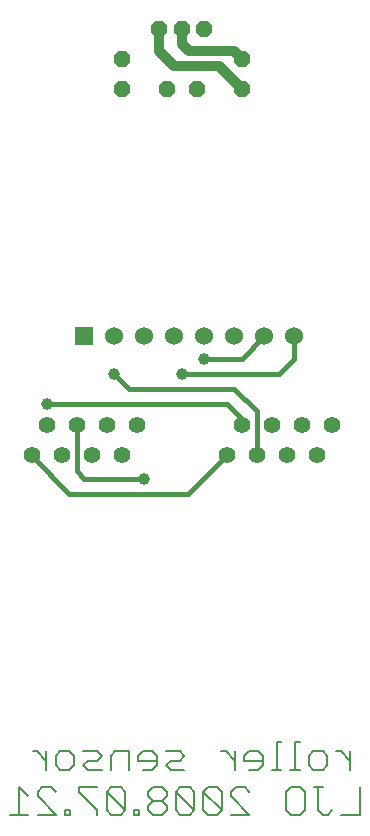
<source format=gbl>
G75*
G70*
%OFA0B0*%
%FSLAX24Y24*%
%IPPOS*%
%LPD*%
%AMOC8*
5,1,8,0,0,1.08239X$1,22.5*
%
%ADD10C,0.0080*%
%ADD11OC8,0.0520*%
%ADD12C,0.0550*%
%ADD13OC8,0.0554*%
%ADD14R,0.0600X0.0600*%
%ADD15C,0.0600*%
%ADD16C,0.0396*%
%ADD17C,0.0160*%
%ADD18C,0.0320*%
D10*
X002070Y005221D02*
X002683Y005221D01*
X002376Y005221D02*
X002376Y006142D01*
X002683Y005835D01*
X002990Y005835D02*
X002990Y005989D01*
X003144Y006142D01*
X003451Y006142D01*
X003604Y005989D01*
X002990Y005835D02*
X003604Y005221D01*
X002990Y005221D01*
X003280Y006721D02*
X003280Y007335D01*
X003280Y007028D02*
X002973Y007335D01*
X002820Y007335D01*
X003587Y007182D02*
X003587Y006875D01*
X003740Y006721D01*
X004047Y006721D01*
X004201Y006875D01*
X004201Y007182D01*
X004047Y007335D01*
X003740Y007335D01*
X003587Y007182D01*
X004371Y006142D02*
X004371Y005989D01*
X004985Y005375D01*
X004985Y005221D01*
X005292Y005375D02*
X005292Y005989D01*
X005906Y005375D01*
X005753Y005221D01*
X005446Y005221D01*
X005292Y005375D01*
X005292Y005989D02*
X005446Y006142D01*
X005753Y006142D01*
X005906Y005989D01*
X005906Y005375D01*
X006213Y005375D02*
X006213Y005221D01*
X006366Y005221D01*
X006366Y005375D01*
X006213Y005375D01*
X006673Y005375D02*
X006827Y005221D01*
X007134Y005221D01*
X007287Y005375D01*
X007287Y005528D01*
X007134Y005682D01*
X006827Y005682D01*
X006673Y005528D01*
X006673Y005375D01*
X006827Y005682D02*
X006673Y005835D01*
X006673Y005989D01*
X006827Y006142D01*
X007134Y006142D01*
X007287Y005989D01*
X007287Y005835D01*
X007134Y005682D01*
X007594Y005989D02*
X007594Y005375D01*
X007747Y005221D01*
X008054Y005221D01*
X008208Y005375D01*
X007594Y005989D01*
X007747Y006142D01*
X008054Y006142D01*
X008208Y005989D01*
X008208Y005375D01*
X008515Y005375D02*
X008515Y005989D01*
X009129Y005375D01*
X008975Y005221D01*
X008668Y005221D01*
X008515Y005375D01*
X008515Y005989D02*
X008668Y006142D01*
X008975Y006142D01*
X009129Y005989D01*
X009129Y005375D01*
X009436Y005221D02*
X010049Y005221D01*
X009436Y005835D01*
X009436Y005989D01*
X009589Y006142D01*
X009896Y006142D01*
X010049Y005989D01*
X010032Y006721D02*
X010339Y006721D01*
X010492Y006875D01*
X010492Y007182D01*
X010339Y007335D01*
X010032Y007335D01*
X009879Y007182D01*
X009879Y007028D01*
X010492Y007028D01*
X010799Y006721D02*
X011106Y006721D01*
X010953Y006721D02*
X010953Y007642D01*
X011106Y007642D01*
X011567Y007642D02*
X011567Y006721D01*
X011720Y006721D02*
X011413Y006721D01*
X011430Y006142D02*
X011277Y005989D01*
X011277Y005375D01*
X011430Y005221D01*
X011737Y005221D01*
X011891Y005375D01*
X011891Y005989D01*
X011737Y006142D01*
X011430Y006142D01*
X012027Y006875D02*
X012027Y007182D01*
X012180Y007335D01*
X012487Y007335D01*
X012641Y007182D01*
X012641Y006875D01*
X012487Y006721D01*
X012180Y006721D01*
X012027Y006875D01*
X012198Y006142D02*
X012505Y006142D01*
X012351Y006142D02*
X012351Y005375D01*
X012505Y005221D01*
X012658Y005221D01*
X012812Y005375D01*
X013119Y005221D02*
X013732Y005221D01*
X013732Y006142D01*
X013408Y006721D02*
X013408Y007335D01*
X013408Y007028D02*
X013101Y007335D01*
X012948Y007335D01*
X011720Y007642D02*
X011567Y007642D01*
X009572Y007335D02*
X009572Y006721D01*
X009572Y007028D02*
X009265Y007335D01*
X009111Y007335D01*
X007884Y007182D02*
X007730Y007335D01*
X007270Y007335D01*
X007423Y007028D02*
X007270Y006875D01*
X007423Y006721D01*
X007884Y006721D01*
X007730Y007028D02*
X007884Y007182D01*
X007730Y007028D02*
X007423Y007028D01*
X006963Y007028D02*
X006349Y007028D01*
X006349Y007182D01*
X006503Y007335D01*
X006809Y007335D01*
X006963Y007182D01*
X006963Y006875D01*
X006809Y006721D01*
X006503Y006721D01*
X006042Y006721D02*
X006042Y007335D01*
X005582Y007335D01*
X005428Y007182D01*
X005428Y006721D01*
X005121Y006721D02*
X004661Y006721D01*
X004508Y006875D01*
X004661Y007028D01*
X004968Y007028D01*
X005121Y007182D01*
X004968Y007335D01*
X004508Y007335D01*
X004371Y006142D02*
X004985Y006142D01*
X004064Y005375D02*
X003911Y005375D01*
X003911Y005221D01*
X004064Y005221D01*
X004064Y005375D01*
D11*
X005802Y029431D03*
X005802Y030431D03*
X007302Y029431D03*
X008302Y029431D03*
X009802Y029431D03*
X009802Y030431D03*
D12*
X009802Y018231D03*
X010302Y017231D03*
X010802Y018231D03*
X011302Y017231D03*
X011802Y018231D03*
X012302Y017231D03*
X012802Y018231D03*
X009302Y017231D03*
X006302Y018231D03*
X005802Y017231D03*
X005302Y018231D03*
X004802Y017231D03*
X004302Y018231D03*
X003802Y017231D03*
X003302Y018231D03*
X002802Y017231D03*
D13*
X007052Y031431D03*
X007802Y031431D03*
X008552Y031431D03*
D14*
X004552Y021181D03*
D15*
X005552Y021181D03*
X006552Y021181D03*
X007552Y021181D03*
X008552Y021181D03*
X009552Y021181D03*
X010552Y021181D03*
X011552Y021181D03*
D16*
X008552Y020431D03*
X007802Y019931D03*
X006552Y016431D03*
X005552Y019931D03*
X003302Y018931D03*
D17*
X009302Y018931D01*
X009802Y018431D01*
X009802Y018231D01*
X010302Y018681D02*
X010302Y017231D01*
X010302Y018681D02*
X009552Y019431D01*
X006052Y019431D01*
X005552Y019931D01*
X004302Y018231D02*
X004302Y016681D01*
X004552Y016431D01*
X006552Y016431D01*
X008002Y015931D02*
X004052Y015931D01*
X002802Y017181D01*
X002802Y017231D01*
X007802Y019931D02*
X011052Y019931D01*
X011552Y020431D01*
X011552Y021181D01*
X010552Y021181D02*
X009802Y020431D01*
X008552Y020431D01*
X009302Y017231D02*
X008002Y015931D01*
D18*
X009802Y029431D02*
X009052Y030181D01*
X007552Y030181D01*
X007052Y030681D01*
X007052Y031431D01*
X007802Y031431D02*
X007802Y030931D01*
X008052Y030681D01*
X009552Y030681D01*
X009802Y030431D01*
M02*

</source>
